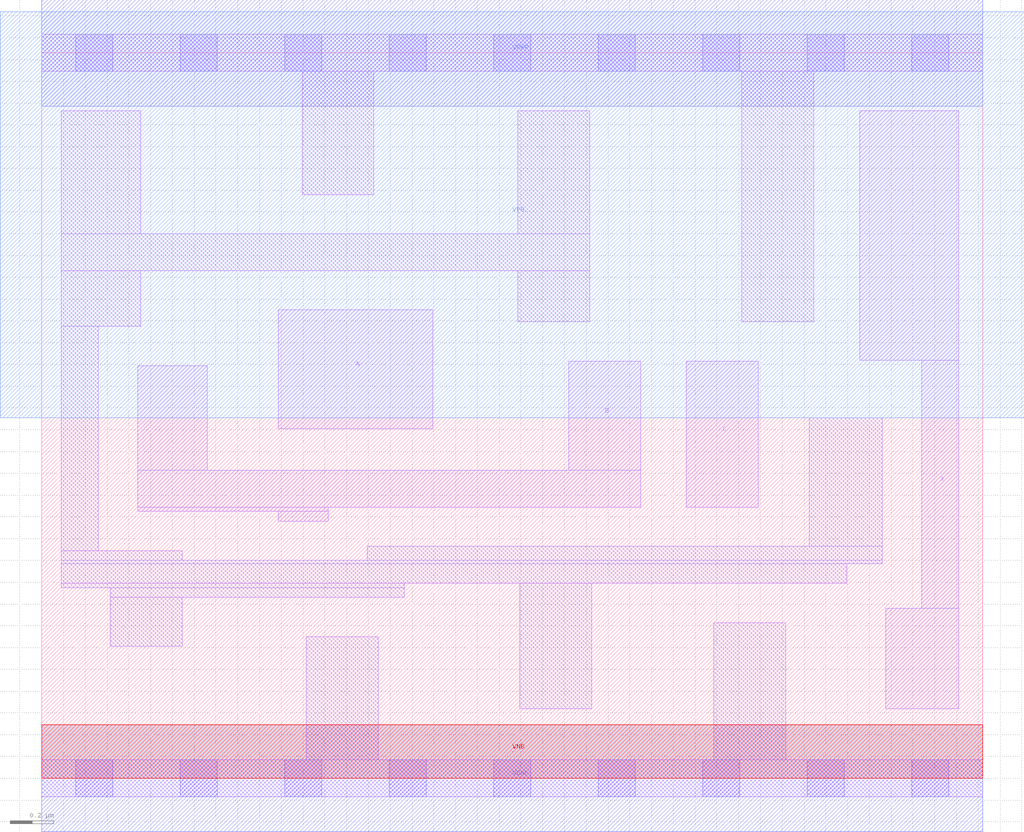
<source format=lef>
# Copyright 2020 The SkyWater PDK Authors
#
# Licensed under the Apache License, Version 2.0 (the "License");
# you may not use this file except in compliance with the License.
# You may obtain a copy of the License at
#
#     https://www.apache.org/licenses/LICENSE-2.0
#
# Unless required by applicable law or agreed to in writing, software
# distributed under the License is distributed on an "AS IS" BASIS,
# WITHOUT WARRANTIES OR CONDITIONS OF ANY KIND, either express or implied.
# See the License for the specific language governing permissions and
# limitations under the License.
#
# SPDX-License-Identifier: Apache-2.0

VERSION 5.7 ;
  NOWIREEXTENSIONATPIN ON ;
  DIVIDERCHAR "/" ;
  BUSBITCHARS "[]" ;
MACRO sky130_fd_sc_lp__maj3_lp
  CLASS CORE ;
  FOREIGN sky130_fd_sc_lp__maj3_lp ;
  ORIGIN  0.000000  0.000000 ;
  SIZE  4.320000 BY  3.330000 ;
  SYMMETRY X Y R90 ;
  SITE unit ;
  PIN A
    ANTENNAGATEAREA  0.626000 ;
    DIRECTION INPUT ;
    USE SIGNAL ;
    PORT
      LAYER li1 ;
        RECT 1.085000 1.605000 1.795000 2.150000 ;
    END
  END A
  PIN B
    ANTENNAGATEAREA  0.626000 ;
    DIRECTION INPUT ;
    USE SIGNAL ;
    PORT
      LAYER li1 ;
        RECT 0.440000 1.225000 1.315000 1.245000 ;
        RECT 0.440000 1.245000 2.750000 1.415000 ;
        RECT 0.440000 1.415000 0.760000 1.895000 ;
        RECT 1.085000 1.180000 1.315000 1.225000 ;
        RECT 2.420000 1.415000 2.750000 1.915000 ;
    END
  END B
  PIN C
    ANTENNAGATEAREA  0.626000 ;
    DIRECTION INPUT ;
    USE SIGNAL ;
    PORT
      LAYER li1 ;
        RECT 2.960000 1.245000 3.290000 1.915000 ;
    END
  END C
  PIN X
    ANTENNADIFFAREA  0.404700 ;
    DIRECTION OUTPUT ;
    USE SIGNAL ;
    PORT
      LAYER li1 ;
        RECT 3.755000 1.920000 4.210000 3.065000 ;
        RECT 3.875000 0.320000 4.210000 0.780000 ;
        RECT 4.040000 0.780000 4.210000 1.920000 ;
    END
  END X
  PIN VGND
    DIRECTION INOUT ;
    USE GROUND ;
    PORT
      LAYER met1 ;
        RECT 0.000000 -0.245000 4.320000 0.245000 ;
    END
  END VGND
  PIN VNB
    DIRECTION INOUT ;
    USE GROUND ;
    PORT
      LAYER pwell ;
        RECT 0.000000 0.000000 4.320000 0.245000 ;
    END
  END VNB
  PIN VPB
    DIRECTION INOUT ;
    USE POWER ;
    PORT
      LAYER nwell ;
        RECT -0.190000 1.655000 4.510000 3.520000 ;
    END
  END VPB
  PIN VPWR
    DIRECTION INOUT ;
    USE POWER ;
    PORT
      LAYER met1 ;
        RECT 0.000000 3.085000 4.320000 3.575000 ;
    END
  END VPWR
  OBS
    LAYER li1 ;
      RECT 0.000000 -0.085000 4.320000 0.085000 ;
      RECT 0.000000  3.245000 4.320000 3.415000 ;
      RECT 0.090000  0.875000 1.665000 0.895000 ;
      RECT 0.090000  0.895000 3.695000 0.985000 ;
      RECT 0.090000  0.985000 3.860000 1.000000 ;
      RECT 0.090000  1.000000 0.645000 1.045000 ;
      RECT 0.090000  1.045000 0.260000 2.075000 ;
      RECT 0.090000  2.075000 0.455000 2.330000 ;
      RECT 0.090000  2.330000 2.515000 2.500000 ;
      RECT 0.090000  2.500000 0.455000 3.065000 ;
      RECT 0.315000  0.605000 0.645000 0.830000 ;
      RECT 0.315000  0.830000 1.665000 0.875000 ;
      RECT 1.195000  2.680000 1.525000 3.245000 ;
      RECT 1.215000  0.085000 1.545000 0.650000 ;
      RECT 1.495000  1.000000 3.860000 1.065000 ;
      RECT 2.185000  2.095000 2.515000 2.330000 ;
      RECT 2.185000  2.500000 2.515000 3.065000 ;
      RECT 2.195000  0.320000 2.525000 0.895000 ;
      RECT 3.085000  0.085000 3.415000 0.715000 ;
      RECT 3.215000  2.095000 3.545000 3.245000 ;
      RECT 3.525000  1.065000 3.860000 1.655000 ;
    LAYER mcon ;
      RECT 0.155000 -0.085000 0.325000 0.085000 ;
      RECT 0.155000  3.245000 0.325000 3.415000 ;
      RECT 0.635000 -0.085000 0.805000 0.085000 ;
      RECT 0.635000  3.245000 0.805000 3.415000 ;
      RECT 1.115000 -0.085000 1.285000 0.085000 ;
      RECT 1.115000  3.245000 1.285000 3.415000 ;
      RECT 1.595000 -0.085000 1.765000 0.085000 ;
      RECT 1.595000  3.245000 1.765000 3.415000 ;
      RECT 2.075000 -0.085000 2.245000 0.085000 ;
      RECT 2.075000  3.245000 2.245000 3.415000 ;
      RECT 2.555000 -0.085000 2.725000 0.085000 ;
      RECT 2.555000  3.245000 2.725000 3.415000 ;
      RECT 3.035000 -0.085000 3.205000 0.085000 ;
      RECT 3.035000  3.245000 3.205000 3.415000 ;
      RECT 3.515000 -0.085000 3.685000 0.085000 ;
      RECT 3.515000  3.245000 3.685000 3.415000 ;
      RECT 3.995000 -0.085000 4.165000 0.085000 ;
      RECT 3.995000  3.245000 4.165000 3.415000 ;
  END
END sky130_fd_sc_lp__maj3_lp
END LIBRARY

</source>
